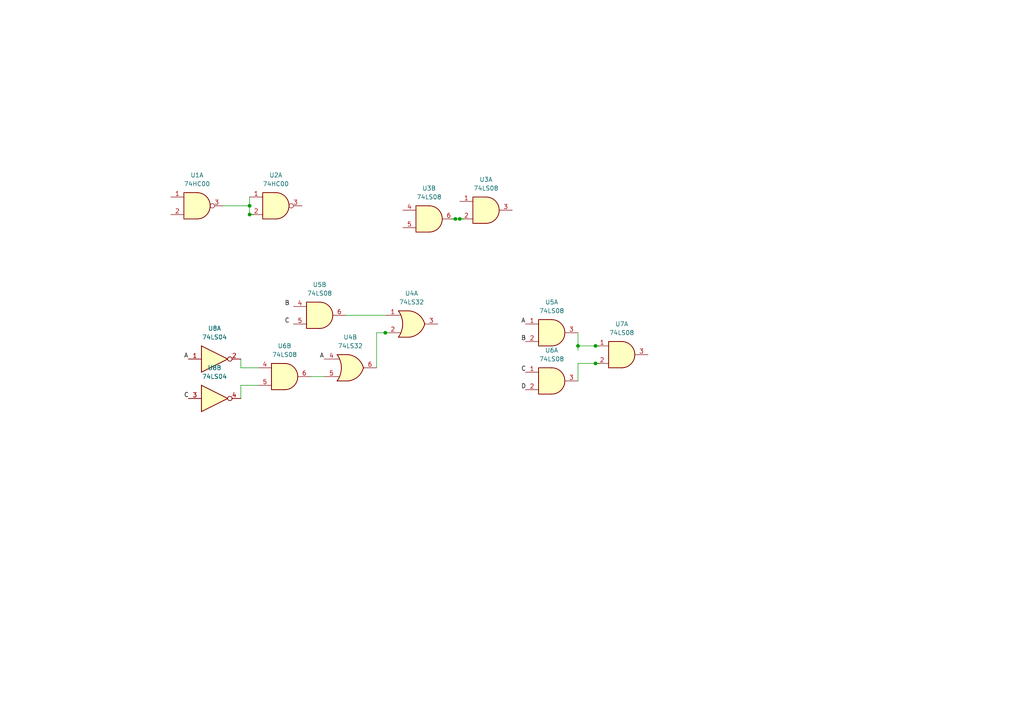
<source format=kicad_sch>
(kicad_sch (version 20250114) (generator "eeschema") (generator_version "9.0")
  (paper "A4")
  (lib_symbols
    (symbol "74xx:74HC00" (pin_names (offset 1.016))
      (property "Reference" "U" (at 0 1.27 0))
      (property "Value" "74HC00" (at 0 -1.27 0))
      (symbol "74HC00_1_1"
        (arc (start 0 3.81) (mid 3.7934 0) (end 0 -3.81) (stroke (width 0.254)) (fill (type background)))
        (polyline (pts (xy 0 3.81) (xy -3.81 3.81) (xy -3.81 -3.81) (xy 0 -3.81)) (stroke (width 0.254)) (fill (type background)))
        (pin input line (at -7.62 2.54 0) (length 3.81) (name "~") (number "1"))
        (pin input line (at -7.62 -2.54 0) (length 3.81) (name "~") (number "2"))
        (pin output inverted (at 7.62 0 180) (length 3.81) (name "~") (number "3"))
      )
      (symbol "74HC00_1_2"
        (arc (start -3.81 3.81) (mid -2.589 0) (end -3.81 -3.81) (stroke (width 0.254)))
        (polyline (pts (xy -3.81 3.81) (xy -0.635 3.81)) (stroke (width 0.254)) (fill (type background)))
        (polyline (pts (xy -3.81 -3.81) (xy -0.635 -3.81)) (stroke (width 0.254)) (fill (type background)))
        (arc (start 3.81 0) (mid 2.1855 -2.584) (end -0.6096 -3.81) (stroke (width 0.254)) (fill (type background)))
        (arc (start -0.6096 3.81) (mid 2.1928 2.5924) (end 3.81 0) (stroke (width 0.254)) (fill (type background)))
        (polyline (pts (xy -0.635 3.81) (xy -3.81 3.81) (xy -3.81 3.81) (xy -3.556 3.4036) (xy -3.0226 2.2606) (xy -2.6924 1.0414) (xy -2.6162 -0.254) (xy -2.7686 -1.4986) (xy -3.175 -2.7178) (xy -3.81 -3.81) (xy -3.81 -3.81) (xy -0.635 -3.81)) (stroke (width -25.4)) (fill (type background)))
        (pin input inverted (at -7.62 2.54 0) (length 4.318) (name "~") (number "1"))
        (pin input inverted (at -7.62 -2.54 0) (length 4.318) (name "~") (number "2"))
        (pin output line (at 7.62 0 180) (length 3.81) (name "~") (number "3"))
      )
      (symbol "74HC00_2_1"
        (arc (start 0 3.81) (mid 3.7934 0) (end 0 -3.81) (stroke (width 0.254)) (fill (type background)))
        (polyline (pts (xy 0 3.81) (xy -3.81 3.81) (xy -3.81 -3.81) (xy 0 -3.81)) (stroke (width 0.254)) (fill (type background)))
        (pin input line (at -7.62 2.54 0) (length 3.81) (name "~") (number "4"))
        (pin input line (at -7.62 -2.54 0) (length 3.81) (name "~") (number "5"))
        (pin output inverted (at 7.62 0 180) (length 3.81) (name "~") (number "6"))
      )
      (symbol "74HC00_2_2"
        (arc (start -3.81 3.81) (mid -2.589 0) (end -3.81 -3.81) (stroke (width 0.254)))
        (polyline (pts (xy -3.81 3.81) (xy -0.635 3.81)) (stroke (width 0.254)) (fill (type background)))
        (polyline (pts (xy -3.81 -3.81) (xy -0.635 -3.81)) (stroke (width 0.254)) (fill (type background)))
        (arc (start 3.81 0) (mid 2.1855 -2.584) (end -0.6096 -3.81) (stroke (width 0.254)) (fill (type background)))
        (arc (start -0.6096 3.81) (mid 2.1928 2.5924) (end 3.81 0) (stroke (width 0.254)) (fill (type background)))
        (polyline (pts (xy -0.635 3.81) (xy -3.81 3.81) (xy -3.81 3.81) (xy -3.556 3.4036) (xy -3.0226 2.2606) (xy -2.6924 1.0414) (xy -2.6162 -0.254) (xy -2.7686 -1.4986) (xy -3.175 -2.7178) (xy -3.81 -3.81) (xy -3.81 -3.81) (xy -0.635 -3.81)) (stroke (width -25.4)) (fill (type background)))
        (pin input inverted (at -7.62 2.54 0) (length 4.318) (name "~") (number "4"))
        (pin input inverted (at -7.62 -2.54 0) (length 4.318) (name "~") (number "5"))
        (pin output line (at 7.62 0 180) (length 3.81) (name "~") (number "6"))
      )
      (symbol "74HC00_3_1"
        (arc (start 0 3.81) (mid 3.7934 0) (end 0 -3.81) (stroke (width 0.254)) (fill (type background)))
        (polyline (pts (xy 0 3.81) (xy -3.81 3.81) (xy -3.81 -3.81) (xy 0 -3.81)) (stroke (width 0.254)) (fill (type background)))
        (pin input line (at -7.62 2.54 0) (length 3.81) (name "~") (number "9"))
        (pin input line (at -7.62 -2.54 0) (length 3.81) (name "~") (number "10"))
        (pin output inverted (at 7.62 0 180) (length 3.81) (name "~") (number "8"))
      )
      (symbol "74HC00_3_2"
        (arc (start -3.81 3.81) (mid -2.589 0) (end -3.81 -3.81) (stroke (width 0.254)))
        (polyline (pts (xy -3.81 3.81) (xy -0.635 3.81)) (stroke (width 0.254)) (fill (type background)))
        (polyline (pts (xy -3.81 -3.81) (xy -0.635 -3.81)) (stroke (width 0.254)) (fill (type background)))
        (arc (start 3.81 0) (mid 2.1855 -2.584) (end -0.6096 -3.81) (stroke (width 0.254)) (fill (type background)))
        (arc (start -0.6096 3.81) (mid 2.1928 2.5924) (end 3.81 0) (stroke (width 0.254)) (fill (type background)))
        (polyline (pts (xy -0.635 3.81) (xy -3.81 3.81) (xy -3.81 3.81) (xy -3.556 3.4036) (xy -3.0226 2.2606) (xy -2.6924 1.0414) (xy -2.6162 -0.254) (xy -2.7686 -1.4986) (xy -3.175 -2.7178) (xy -3.81 -3.81) (xy -3.81 -3.81) (xy -0.635 -3.81)) (stroke (width -25.4)) (fill (type background)))
        (pin input inverted (at -7.62 2.54 0) (length 4.318) (name "~") (number "9"))
        (pin input inverted (at -7.62 -2.54 0) (length 4.318) (name "~") (number "10"))
        (pin output line (at 7.62 0 180) (length 3.81) (name "~") (number "8"))
      )
      (symbol "74HC00_4_1"
        (arc (start 0 3.81) (mid 3.7934 0) (end 0 -3.81) (stroke (width 0.254)) (fill (type background)))
        (polyline (pts (xy 0 3.81) (xy -3.81 3.81) (xy -3.81 -3.81) (xy 0 -3.81)) (stroke (width 0.254)) (fill (type background)))
        (pin input line (at -7.62 2.54 0) (length 3.81) (name "~") (number "12"))
        (pin input line (at -7.62 -2.54 0) (length 3.81) (name "~") (number "13"))
        (pin output inverted (at 7.62 0 180) (length 3.81) (name "~") (number "11"))
      )
      (symbol "74HC00_4_2"
        (arc (start -3.81 3.81) (mid -2.589 0) (end -3.81 -3.81) (stroke (width 0.254)))
        (polyline (pts (xy -3.81 3.81) (xy -0.635 3.81)) (stroke (width 0.254)) (fill (type background)))
        (polyline (pts (xy -3.81 -3.81) (xy -0.635 -3.81)) (stroke (width 0.254)) (fill (type background)))
        (arc (start 3.81 0) (mid 2.1855 -2.584) (end -0.6096 -3.81) (stroke (width 0.254)) (fill (type background)))
        (arc (start -0.6096 3.81) (mid 2.1928 2.5924) (end 3.81 0) (stroke (width 0.254)) (fill (type background)))
        (polyline (pts (xy -0.635 3.81) (xy -3.81 3.81) (xy -3.81 3.81) (xy -3.556 3.4036) (xy -3.0226 2.2606) (xy -2.6924 1.0414) (xy -2.6162 -0.254) (xy -2.7686 -1.4986) (xy -3.175 -2.7178) (xy -3.81 -3.81) (xy -3.81 -3.81) (xy -0.635 -3.81)) (stroke (width -25.4)) (fill (type background)))
        (pin input inverted (at -7.62 2.54 0) (length 4.318) (name "~") (number "12"))
        (pin input inverted (at -7.62 -2.54 0) (length 4.318) (name "~") (number "13"))
        (pin output line (at 7.62 0 180) (length 3.81) (name "~") (number "11"))
      )
      (symbol "74HC00_5_0"
        (pin power_in line (at 0 12.7 270) (length 5.08) (name "VCC") (number "14"))
        (pin power_in line (at 0 -12.7 90) (length 5.08) (name "GND") (number "7"))
      )
      (symbol "74HC00_5_1"
        (rectangle (start -5.08 7.62) (end 5.08 -7.62) (stroke (width 0.254)) (fill (type background)))
      )
    )
    (symbol "74xx:74LS04"
      (property "Reference" "U" (at 0 1.27 0))
      (property "Value" "74LS04" (at 0 -1.27 0))
      (symbol "74LS04_1_0"
        (polyline (pts (xy -3.81 3.81) (xy -3.81 -3.81) (xy 3.81 0) (xy -3.81 3.81)) (stroke (width 0.254)) (fill (type background)))
        (pin input line (at -7.62 0 0) (length 3.81) (name "~") (number "1"))
        (pin output inverted (at 7.62 0 180) (length 3.81) (name "~") (number "2"))
      )
      (symbol "74LS04_2_0"
        (polyline (pts (xy -3.81 3.81) (xy -3.81 -3.81) (xy 3.81 0) (xy -3.81 3.81)) (stroke (width 0.254)) (fill (type background)))
        (pin input line (at -7.62 0 0) (length 3.81) (name "~") (number "3"))
        (pin output inverted (at 7.62 0 180) (length 3.81) (name "~") (number "4"))
      )
      (symbol "74LS04_3_0"
        (polyline (pts (xy -3.81 3.81) (xy -3.81 -3.81) (xy 3.81 0) (xy -3.81 3.81)) (stroke (width 0.254)) (fill (type background)))
        (pin input line (at -7.62 0 0) (length 3.81) (name "~") (number "5"))
        (pin output inverted (at 7.62 0 180) (length 3.81) (name "~") (number "6"))
      )
      (symbol "74LS04_4_0"
        (polyline (pts (xy -3.81 3.81) (xy -3.81 -3.81) (xy 3.81 0) (xy -3.81 3.81)) (stroke (width 0.254)) (fill (type background)))
        (pin input line (at -7.62 0 0) (length 3.81) (name "~") (number "9"))
        (pin output inverted (at 7.62 0 180) (length 3.81) (name "~") (number "8"))
      )
      (symbol "74LS04_5_0"
        (polyline (pts (xy -3.81 3.81) (xy -3.81 -3.81) (xy 3.81 0) (xy -3.81 3.81)) (stroke (width 0.254)) (fill (type background)))
        (pin input line (at -7.62 0 0) (length 3.81) (name "~") (number "11"))
        (pin output inverted (at 7.62 0 180) (length 3.81) (name "~") (number "10"))
      )
      (symbol "74LS04_6_0"
        (polyline (pts (xy -3.81 3.81) (xy -3.81 -3.81) (xy 3.81 0) (xy -3.81 3.81)) (stroke (width 0.254)) (fill (type background)))
        (pin input line (at -7.62 0 0) (length 3.81) (name "~") (number "13"))
        (pin output inverted (at 7.62 0 180) (length 3.81) (name "~") (number "12"))
      )
      (symbol "74LS04_7_0"
        (pin power_in line (at 0 12.7 270) (length 5.08) (name "VCC") (number "14"))
        (pin power_in line (at 0 -12.7 90) (length 5.08) (name "GND") (number "7"))
      )
      (symbol "74LS04_7_1"
        (rectangle (start -5.08 7.62) (end 5.08 -7.62) (stroke (width 0.254)) (fill (type background)))
      )
    )
    (symbol "74xx:74LS08" (pin_names (offset 1.016))
      (property "Reference" "U" (at 0 1.27 0))
      (property "Value" "74LS08" (at 0 -1.27 0))
      (symbol "74LS08_1_1"
        (arc (start 0 3.81) (mid 3.7934 0) (end 0 -3.81) (stroke (width 0.254)) (fill (type background)))
        (polyline (pts (xy 0 3.81) (xy -3.81 3.81) (xy -3.81 -3.81) (xy 0 -3.81)) (stroke (width 0.254)) (fill (type background)))
        (pin input line (at -7.62 2.54 0) (length 3.81) (name "~") (number "1"))
        (pin input line (at -7.62 -2.54 0) (length 3.81) (name "~") (number "2"))
        (pin output line (at 7.62 0 180) (length 3.81) (name "~") (number "3"))
      )
      (symbol "74LS08_1_2"
        (arc (start -3.81 3.81) (mid -2.589 0) (end -3.81 -3.81) (stroke (width 0.254)))
        (polyline (pts (xy -3.81 3.81) (xy -0.635 3.81)) (stroke (width 0.254)) (fill (type background)))
        (polyline (pts (xy -3.81 -3.81) (xy -0.635 -3.81)) (stroke (width 0.254)) (fill (type background)))
        (arc (start 3.81 0) (mid 2.1855 -2.584) (end -0.6096 -3.81) (stroke (width 0.254)) (fill (type background)))
        (arc (start -0.6096 3.81) (mid 2.1928 2.5924) (end 3.81 0) (stroke (width 0.254)) (fill (type background)))
        (polyline (pts (xy -0.635 3.81) (xy -3.81 3.81) (xy -3.81 3.81) (xy -3.556 3.4036) (xy -3.0226 2.2606) (xy -2.6924 1.0414) (xy -2.6162 -0.254) (xy -2.7686 -1.4986) (xy -3.175 -2.7178) (xy -3.81 -3.81) (xy -3.81 -3.81) (xy -0.635 -3.81)) (stroke (width -25.4)) (fill (type background)))
        (pin input inverted (at -7.62 2.54 0) (length 4.318) (name "~") (number "1"))
        (pin input inverted (at -7.62 -2.54 0) (length 4.318) (name "~") (number "2"))
        (pin output inverted (at 7.62 0 180) (length 3.81) (name "~") (number "3"))
      )
      (symbol "74LS08_2_1"
        (arc (start 0 3.81) (mid 3.7934 0) (end 0 -3.81) (stroke (width 0.254)) (fill (type background)))
        (polyline (pts (xy 0 3.81) (xy -3.81 3.81) (xy -3.81 -3.81) (xy 0 -3.81)) (stroke (width 0.254)) (fill (type background)))
        (pin input line (at -7.62 2.54 0) (length 3.81) (name "~") (number "4"))
        (pin input line (at -7.62 -2.54 0) (length 3.81) (name "~") (number "5"))
        (pin output line (at 7.62 0 180) (length 3.81) (name "~") (number "6"))
      )
      (symbol "74LS08_2_2"
        (arc (start -3.81 3.81) (mid -2.589 0) (end -3.81 -3.81) (stroke (width 0.254)))
        (polyline (pts (xy -3.81 3.81) (xy -0.635 3.81)) (stroke (width 0.254)) (fill (type background)))
        (polyline (pts (xy -3.81 -3.81) (xy -0.635 -3.81)) (stroke (width 0.254)) (fill (type background)))
        (arc (start 3.81 0) (mid 2.1855 -2.584) (end -0.6096 -3.81) (stroke (width 0.254)) (fill (type background)))
        (arc (start -0.6096 3.81) (mid 2.1928 2.5924) (end 3.81 0) (stroke (width 0.254)) (fill (type background)))
        (polyline (pts (xy -0.635 3.81) (xy -3.81 3.81) (xy -3.81 3.81) (xy -3.556 3.4036) (xy -3.0226 2.2606) (xy -2.6924 1.0414) (xy -2.6162 -0.254) (xy -2.7686 -1.4986) (xy -3.175 -2.7178) (xy -3.81 -3.81) (xy -3.81 -3.81) (xy -0.635 -3.81)) (stroke (width -25.4)) (fill (type background)))
        (pin input inverted (at -7.62 2.54 0) (length 4.318) (name "~") (number "4"))
        (pin input inverted (at -7.62 -2.54 0) (length 4.318) (name "~") (number "5"))
        (pin output inverted (at 7.62 0 180) (length 3.81) (name "~") (number "6"))
      )
      (symbol "74LS08_3_1"
        (arc (start 0 3.81) (mid 3.7934 0) (end 0 -3.81) (stroke (width 0.254)) (fill (type background)))
        (polyline (pts (xy 0 3.81) (xy -3.81 3.81) (xy -3.81 -3.81) (xy 0 -3.81)) (stroke (width 0.254)) (fill (type background)))
        (pin input line (at -7.62 2.54 0) (length 3.81) (name "~") (number "9"))
        (pin input line (at -7.62 -2.54 0) (length 3.81) (name "~") (number "10"))
        (pin output line (at 7.62 0 180) (length 3.81) (name "~") (number "8"))
      )
      (symbol "74LS08_3_2"
        (arc (start -3.81 3.81) (mid -2.589 0) (end -3.81 -3.81) (stroke (width 0.254)))
        (polyline (pts (xy -3.81 3.81) (xy -0.635 3.81)) (stroke (width 0.254)) (fill (type background)))
        (polyline (pts (xy -3.81 -3.81) (xy -0.635 -3.81)) (stroke (width 0.254)) (fill (type background)))
        (arc (start 3.81 0) (mid 2.1855 -2.584) (end -0.6096 -3.81) (stroke (width 0.254)) (fill (type background)))
        (arc (start -0.6096 3.81) (mid 2.1928 2.5924) (end 3.81 0) (stroke (width 0.254)) (fill (type background)))
        (polyline (pts (xy -0.635 3.81) (xy -3.81 3.81) (xy -3.81 3.81) (xy -3.556 3.4036) (xy -3.0226 2.2606) (xy -2.6924 1.0414) (xy -2.6162 -0.254) (xy -2.7686 -1.4986) (xy -3.175 -2.7178) (xy -3.81 -3.81) (xy -3.81 -3.81) (xy -0.635 -3.81)) (stroke (width -25.4)) (fill (type background)))
        (pin input inverted (at -7.62 2.54 0) (length 4.318) (name "~") (number "9"))
        (pin input inverted (at -7.62 -2.54 0) (length 4.318) (name "~") (number "10"))
        (pin output inverted (at 7.62 0 180) (length 3.81) (name "~") (number "8"))
      )
      (symbol "74LS08_4_1"
        (arc (start 0 3.81) (mid 3.7934 0) (end 0 -3.81) (stroke (width 0.254)) (fill (type background)))
        (polyline (pts (xy 0 3.81) (xy -3.81 3.81) (xy -3.81 -3.81) (xy 0 -3.81)) (stroke (width 0.254)) (fill (type background)))
        (pin input line (at -7.62 2.54 0) (length 3.81) (name "~") (number "12"))
        (pin input line (at -7.62 -2.54 0) (length 3.81) (name "~") (number "13"))
        (pin output line (at 7.62 0 180) (length 3.81) (name "~") (number "11"))
      )
      (symbol "74LS08_4_2"
        (arc (start -3.81 3.81) (mid -2.589 0) (end -3.81 -3.81) (stroke (width 0.254)))
        (polyline (pts (xy -3.81 3.81) (xy -0.635 3.81)) (stroke (width 0.254)) (fill (type background)))
        (polyline (pts (xy -3.81 -3.81) (xy -0.635 -3.81)) (stroke (width 0.254)) (fill (type background)))
        (arc (start 3.81 0) (mid 2.1855 -2.584) (end -0.6096 -3.81) (stroke (width 0.254)) (fill (type background)))
        (arc (start -0.6096 3.81) (mid 2.1928 2.5924) (end 3.81 0) (stroke (width 0.254)) (fill (type background)))
        (polyline (pts (xy -0.635 3.81) (xy -3.81 3.81) (xy -3.81 3.81) (xy -3.556 3.4036) (xy -3.0226 2.2606) (xy -2.6924 1.0414) (xy -2.6162 -0.254) (xy -2.7686 -1.4986) (xy -3.175 -2.7178) (xy -3.81 -3.81) (xy -3.81 -3.81) (xy -0.635 -3.81)) (stroke (width -25.4)) (fill (type background)))
        (pin input inverted (at -7.62 2.54 0) (length 4.318) (name "~") (number "12"))
        (pin input inverted (at -7.62 -2.54 0) (length 4.318) (name "~") (number "13"))
        (pin output inverted (at 7.62 0 180) (length 3.81) (name "~") (number "11"))
      )
      (symbol "74LS08_5_0"
        (pin power_in line (at 0 12.7 270) (length 5.08) (name "VCC") (number "14"))
        (pin power_in line (at 0 -12.7 90) (length 5.08) (name "GND") (number "7"))
      )
      (symbol "74LS08_5_1"
        (rectangle (start -5.08 7.62) (end 5.08 -7.62) (stroke (width 0.254)) (fill (type background)))
      )
    )
    (symbol "74xx:74LS32" (pin_names (offset 1.016))
      (property "Reference" "U" (at 0 1.27 0))
      (property "Value" "74LS32" (at 0 -1.27 0))
      (symbol "74LS32_1_1"
        (arc (start -3.81 3.81) (mid -2.589 0) (end -3.81 -3.81) (stroke (width 0.254)))
        (polyline (pts (xy -3.81 3.81) (xy -0.635 3.81)) (stroke (width 0.254)) (fill (type background)))
        (polyline (pts (xy -3.81 -3.81) (xy -0.635 -3.81)) (stroke (width 0.254)) (fill (type background)))
        (arc (start 3.81 0) (mid 2.1855 -2.584) (end -0.6096 -3.81) (stroke (width 0.254)) (fill (type background)))
        (arc (start -0.6096 3.81) (mid 2.1928 2.5924) (end 3.81 0) (stroke (width 0.254)) (fill (type background)))
        (polyline (pts (xy -0.635 3.81) (xy -3.81 3.81) (xy -3.81 3.81) (xy -3.556 3.4036) (xy -3.0226 2.2606) (xy -2.6924 1.0414) (xy -2.6162 -0.254) (xy -2.7686 -1.4986) (xy -3.175 -2.7178) (xy -3.81 -3.81) (xy -3.81 -3.81) (xy -0.635 -3.81)) (stroke (width -25.4)) (fill (type background)))
        (pin input line (at -7.62 2.54 0) (length 4.318) (name "~") (number "1"))
        (pin input line (at -7.62 -2.54 0) (length 4.318) (name "~") (number "2"))
        (pin output line (at 7.62 0 180) (length 3.81) (name "~") (number "3"))
      )
      (symbol "74LS32_1_2"
        (arc (start 0 3.81) (mid 3.7934 0) (end 0 -3.81) (stroke (width 0.254)) (fill (type background)))
        (polyline (pts (xy 0 3.81) (xy -3.81 3.81) (xy -3.81 -3.81) (xy 0 -3.81)) (stroke (width 0.254)) (fill (type background)))
        (pin input inverted (at -7.62 2.54 0) (length 3.81) (name "~") (number "1"))
        (pin input inverted (at -7.62 -2.54 0) (length 3.81) (name "~") (number "2"))
        (pin output inverted (at 7.62 0 180) (length 3.81) (name "~") (number "3"))
      )
      (symbol "74LS32_2_1"
        (arc (start -3.81 3.81) (mid -2.589 0) (end -3.81 -3.81) (stroke (width 0.254)))
        (polyline (pts (xy -3.81 3.81) (xy -0.635 3.81)) (stroke (width 0.254)) (fill (type background)))
        (polyline (pts (xy -3.81 -3.81) (xy -0.635 -3.81)) (stroke (width 0.254)) (fill (type background)))
        (arc (start 3.81 0) (mid 2.1855 -2.584) (end -0.6096 -3.81) (stroke (width 0.254)) (fill (type background)))
        (arc (start -0.6096 3.81) (mid 2.1928 2.5924) (end 3.81 0) (stroke (width 0.254)) (fill (type background)))
        (polyline (pts (xy -0.635 3.81) (xy -3.81 3.81) (xy -3.81 3.81) (xy -3.556 3.4036) (xy -3.0226 2.2606) (xy -2.6924 1.0414) (xy -2.6162 -0.254) (xy -2.7686 -1.4986) (xy -3.175 -2.7178) (xy -3.81 -3.81) (xy -3.81 -3.81) (xy -0.635 -3.81)) (stroke (width -25.4)) (fill (type background)))
        (pin input line (at -7.62 2.54 0) (length 4.318) (name "~") (number "4"))
        (pin input line (at -7.62 -2.54 0) (length 4.318) (name "~") (number "5"))
        (pin output line (at 7.62 0 180) (length 3.81) (name "~") (number "6"))
      )
      (symbol "74LS32_2_2"
        (arc (start 0 3.81) (mid 3.7934 0) (end 0 -3.81) (stroke (width 0.254)) (fill (type background)))
        (polyline (pts (xy 0 3.81) (xy -3.81 3.81) (xy -3.81 -3.81) (xy 0 -3.81)) (stroke (width 0.254)) (fill (type background)))
        (pin input inverted (at -7.62 2.54 0) (length 3.81) (name "~") (number "4"))
        (pin input inverted (at -7.62 -2.54 0) (length 3.81) (name "~") (number "5"))
        (pin output inverted (at 7.62 0 180) (length 3.81) (name "~") (number "6"))
      )
      (symbol "74LS32_3_1"
        (arc (start -3.81 3.81) (mid -2.589 0) (end -3.81 -3.81) (stroke (width 0.254)))
        (polyline (pts (xy -3.81 3.81) (xy -0.635 3.81)) (stroke (width 0.254)) (fill (type background)))
        (polyline (pts (xy -3.81 -3.81) (xy -0.635 -3.81)) (stroke (width 0.254)) (fill (type background)))
        (arc (start 3.81 0) (mid 2.1855 -2.584) (end -0.6096 -3.81) (stroke (width 0.254)) (fill (type background)))
        (arc (start -0.6096 3.81) (mid 2.1928 2.5924) (end 3.81 0) (stroke (width 0.254)) (fill (type background)))
        (polyline (pts (xy -0.635 3.81) (xy -3.81 3.81) (xy -3.81 3.81) (xy -3.556 3.4036) (xy -3.0226 2.2606) (xy -2.6924 1.0414) (xy -2.6162 -0.254) (xy -2.7686 -1.4986) (xy -3.175 -2.7178) (xy -3.81 -3.81) (xy -3.81 -3.81) (xy -0.635 -3.81)) (stroke (width -25.4)) (fill (type background)))
        (pin input line (at -7.62 2.54 0) (length 4.318) (name "~") (number "9"))
        (pin input line (at -7.62 -2.54 0) (length 4.318) (name "~") (number "10"))
        (pin output line (at 7.62 0 180) (length 3.81) (name "~") (number "8"))
      )
      (symbol "74LS32_3_2"
        (arc (start 0 3.81) (mid 3.7934 0) (end 0 -3.81) (stroke (width 0.254)) (fill (type background)))
        (polyline (pts (xy 0 3.81) (xy -3.81 3.81) (xy -3.81 -3.81) (xy 0 -3.81)) (stroke (width 0.254)) (fill (type background)))
        (pin input inverted (at -7.62 2.54 0) (length 3.81) (name "~") (number "9"))
        (pin input inverted (at -7.62 -2.54 0) (length 3.81) (name "~") (number "10"))
        (pin output inverted (at 7.62 0 180) (length 3.81) (name "~") (number "8"))
      )
      (symbol "74LS32_4_1"
        (arc (start -3.81 3.81) (mid -2.589 0) (end -3.81 -3.81) (stroke (width 0.254)))
        (polyline (pts (xy -3.81 3.81) (xy -0.635 3.81)) (stroke (width 0.254)) (fill (type background)))
        (polyline (pts (xy -3.81 -3.81) (xy -0.635 -3.81)) (stroke (width 0.254)) (fill (type background)))
        (arc (start 3.81 0) (mid 2.1855 -2.584) (end -0.6096 -3.81) (stroke (width 0.254)) (fill (type background)))
        (arc (start -0.6096 3.81) (mid 2.1928 2.5924) (end 3.81 0) (stroke (width 0.254)) (fill (type background)))
        (polyline (pts (xy -0.635 3.81) (xy -3.81 3.81) (xy -3.81 3.81) (xy -3.556 3.4036) (xy -3.0226 2.2606) (xy -2.6924 1.0414) (xy -2.6162 -0.254) (xy -2.7686 -1.4986) (xy -3.175 -2.7178) (xy -3.81 -3.81) (xy -3.81 -3.81) (xy -0.635 -3.81)) (stroke (width -25.4)) (fill (type background)))
        (pin input line (at -7.62 2.54 0) (length 4.318) (name "~") (number "12"))
        (pin input line (at -7.62 -2.54 0) (length 4.318) (name "~") (number "13"))
        (pin output line (at 7.62 0 180) (length 3.81) (name "~") (number "11"))
      )
      (symbol "74LS32_4_2"
        (arc (start 0 3.81) (mid 3.7934 0) (end 0 -3.81) (stroke (width 0.254)) (fill (type background)))
        (polyline (pts (xy 0 3.81) (xy -3.81 3.81) (xy -3.81 -3.81) (xy 0 -3.81)) (stroke (width 0.254)) (fill (type background)))
        (pin input inverted (at -7.62 2.54 0) (length 3.81) (name "~") (number "12"))
        (pin input inverted (at -7.62 -2.54 0) (length 3.81) (name "~") (number "13"))
        (pin output inverted (at 7.62 0 180) (length 3.81) (name "~") (number "11"))
      )
      (symbol "74LS32_5_0"
        (pin power_in line (at 0 12.7 270) (length 5.08) (name "VCC") (number "14"))
        (pin power_in line (at 0 -12.7 90) (length 5.08) (name "GND") (number "7"))
      )
      (symbol "74LS32_5_1"
        (rectangle (start -5.08 7.62) (end 5.08 -7.62) (stroke (width 0.254)) (fill (type background)))
      )
    )
  )
  (junction (at 132.08 63.5))
  (junction (at 172.72 105.41))
  (junction (at 72.39 62.23))
  (junction (at 72.39 59.69))
  (junction (at 172.72 100.33))
  (junction (at 133.35 63.5))
  (junction (at 111.76 96.52))
  (junction (at 167.64 100.33))
  (wire (pts (xy 64.77 59.69) (xy 72.39 59.69)))
  (wire (pts (xy 167.64 101.6) (xy 167.64 100.33)))
  (wire (pts (xy 72.39 59.69) (xy 72.39 62.23)))
  (wire (pts (xy 72.39 62.23) (xy 73.66 62.23)))
  (wire (pts (xy 167.64 105.41) (xy 167.64 110.49)))
  (wire (pts (xy 69.85 111.76) (xy 69.85 115.57)))
  (wire (pts (xy 173.99 105.41) (xy 172.72 105.41)))
  (wire (pts (xy 74.93 111.76) (xy 69.85 111.76)))
  (wire (pts (xy 72.39 57.15) (xy 72.39 59.69)))
  (wire (pts (xy 130.81 63.5) (xy 132.08 63.5)))
  (wire (pts (xy 167.64 96.52) (xy 167.64 100.33)))
  (wire (pts (xy 90.17 109.22) (xy 93.98 109.22)))
  (wire (pts (xy 132.08 63.5) (xy 133.35 63.5)))
  (wire (pts (xy 74.93 106.68) (xy 69.85 106.68)))
  (wire (pts (xy 69.85 106.68) (xy 69.85 104.14)))
  (wire (pts (xy 109.22 96.52) (xy 111.76 96.52)))
  (wire (pts (xy 173.99 100.33) (xy 172.72 100.33)))
  (wire (pts (xy 172.72 105.41) (xy 167.64 105.41)))
  (wire (pts (xy 133.35 63.5) (xy 134.62 63.5)))
  (wire (pts (xy 167.64 100.33) (xy 172.72 100.33)))
  (wire (pts (xy 109.22 106.68) (xy 109.22 96.52)))
  (wire (pts (xy 100.33 91.44) (xy 111.76 91.44)))
  (wire (pts (xy 111.76 96.52) (xy 113.03 96.52)))
  (label "C" (at 82.55 93.98 0))
  (label "A" (at 151.13 93.98 0))
  (label "A" (at 92.71 104.14 0))
  (label "B" (at 151.13 99.06 0))
  (label "C" (at 151.13 107.95 0))
  (label "C" (at 53.34 115.57 0))
  (label "A" (at 53.34 104.14 0))
  (label "D" (at 151.13 113.03 0))
  (label "B" (at 82.55 88.9 0))
  (symbol (lib_id "74xx:74LS04") (at 62.23 115.57 0) (unit 2)
    (property "Reference" "U8" (at 62.23 106.68 0))
    (property "Value" "74LS04" (at 62.23 109.22 0))
    (property "Datasheet" "http://www.ti.com/lit/gpn/sn74LS04" (effects (hide yes)))
    (property "Description" "Hex Inverter" (effects (hide yes)))
  )
  (symbol (lib_id "74xx:74LS08") (at 124.46 63.5 0) (unit 2)
    (property "Reference" "U3" (at 124.4517 54.61 0))
    (property "Value" "74LS08" (at 124.4517 57.15 0))
    (property "Datasheet" "http://www.ti.com/lit/gpn/sn74LS08" (effects (hide yes)))
    (property "Description" "Quad And2" (effects (hide yes)))
  )
  (symbol (lib_id "74xx:74LS04") (at 62.23 104.14 0) (unit 1)
    (property "Reference" "U8" (at 62.23 95.25 0))
    (property "Value" "74LS04" (at 62.23 97.79 0))
    (property "Datasheet" "http://www.ti.com/lit/gpn/sn74LS04" (effects (hide yes)))
    (property "Description" "Hex Inverter" (effects (hide yes)))
  )
  (symbol (lib_id "74xx:74LS32") (at 101.6 106.68 0) (unit 2)
    (property "Reference" "U4" (at 101.6 97.79 0))
    (property "Value" "74LS32" (at 101.6 100.33 0))
    (property "Datasheet" "http://www.ti.com/lit/gpn/sn74LS32" (effects (hide yes)))
    (property "Description" "Quad 2-input OR" (effects (hide yes)))
  )
  (symbol (lib_id "74xx:74LS08") (at 92.71 91.44 0) (unit 2)
    (property "Reference" "U5" (at 92.7017 82.55 0))
    (property "Value" "74LS08" (at 92.7017 85.09 0))
    (property "Datasheet" "http://www.ti.com/lit/gpn/sn74LS08" (effects (hide yes)))
    (property "Description" "Quad And2" (effects (hide yes)))
  )
  (symbol (lib_id "74xx:74LS32") (at 119.38 93.98 0) (unit 1)
    (property "Reference" "U4" (at 119.38 85.09 0))
    (property "Value" "74LS32" (at 119.38 87.63 0))
    (property "Datasheet" "http://www.ti.com/lit/gpn/sn74LS32" (effects (hide yes)))
    (property "Description" "Quad 2-input OR" (effects (hide yes)))
  )
  (symbol (lib_id "74xx:74LS08") (at 160.02 96.52 0) (unit 1)
    (property "Reference" "U5" (at 160.0117 87.63 0))
    (property "Value" "74LS08" (at 160.0117 90.17 0))
    (property "Datasheet" "http://www.ti.com/lit/gpn/sn74LS08" (effects (hide yes)))
    (property "Description" "Quad And2" (effects (hide yes)))
  )
  (symbol (lib_id "74xx:74HC00") (at 80.01 59.69 0) (unit 1)
    (property "Reference" "U2" (at 80.0017 50.8 0))
    (property "Value" "74HC00" (at 80.0017 53.34 0))
    (property "Datasheet" "http://www.ti.com/lit/gpn/sn74hc00" (effects (hide yes)))
    (property "Description" "quad 2-input NAND gate" (effects (hide yes)))
  )
  (symbol (lib_id "74xx:74LS08") (at 160.02 110.49 0) (unit 1)
    (property "Reference" "U6" (at 160.0117 101.6 0))
    (property "Value" "74LS08" (at 160.0117 104.14 0))
    (property "Datasheet" "http://www.ti.com/lit/gpn/sn74LS08" (effects (hide yes)))
    (property "Description" "Quad And2" (effects (hide yes)))
  )
  (symbol (lib_id "74xx:74LS08") (at 140.97 60.96 0) (unit 1)
    (property "Reference" "U3" (at 140.9617 52.07 0))
    (property "Value" "74LS08" (at 140.9617 54.61 0))
    (property "Datasheet" "http://www.ti.com/lit/gpn/sn74LS08" (effects (hide yes)))
    (property "Description" "Quad And2" (effects (hide yes)))
  )
  (symbol (lib_id "74xx:74LS08") (at 82.55 109.22 0) (unit 2)
    (property "Reference" "U6" (at 82.5417 100.33 0))
    (property "Value" "74LS08" (at 82.5417 102.87 0))
    (property "Datasheet" "http://www.ti.com/lit/gpn/sn74LS08" (effects (hide yes)))
    (property "Description" "Quad And2" (effects (hide yes)))
  )
  (symbol (lib_id "74xx:74HC00") (at 57.15 59.69 0) (unit 1)
    (property "Reference" "U1" (at 57.1417 50.8 0))
    (property "Value" "74HC00" (at 57.1417 53.34 0))
    (property "Datasheet" "http://www.ti.com/lit/gpn/sn74hc00" (effects (hide yes)))
    (property "Description" "quad 2-input NAND gate" (effects (hide yes)))
  )
  (symbol (lib_id "74xx:74LS08") (at 180.34 102.87 0) (unit 1)
    (property "Reference" "U7" (at 180.3317 93.98 0))
    (property "Value" "74LS08" (at 180.3317 96.52 0))
    (property "Datasheet" "http://www.ti.com/lit/gpn/sn74LS08" (effects (hide yes)))
    (property "Description" "Quad And2" (effects (hide yes)))
  )
)
</source>
